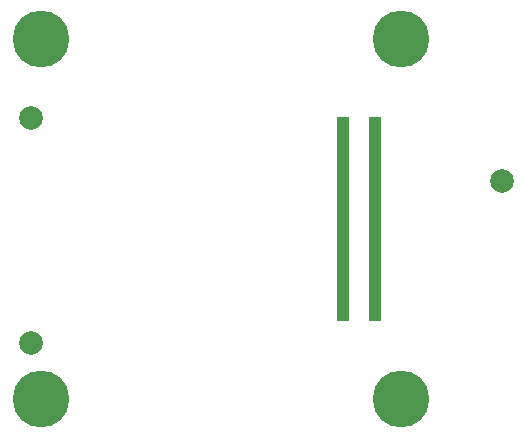
<source format=gbs>
G04 #@! TF.FileFunction,Soldermask,Bot*
%FSLAX46Y46*%
G04 Gerber Fmt 4.6, Leading zero omitted, Abs format (unit mm)*
G04 Created by KiCad (PCBNEW 4.0.1-stable) date Friday, March 04, 2016 'AMt' 01:01:00 AM*
%MOMM*%
G01*
G04 APERTURE LIST*
%ADD10C,0.100000*%
%ADD11C,2.000000*%
%ADD12C,4.800000*%
%ADD13R,1.060000X0.630000*%
%ADD14R,1.060000X0.750000*%
G04 APERTURE END LIST*
D10*
D11*
X171800000Y-104800000D03*
X131900000Y-99400000D03*
X131900000Y-118500000D03*
D12*
X163250000Y-123250000D03*
D13*
X161005000Y-115800000D03*
X158295000Y-115800000D03*
X161005000Y-100200000D03*
X158295000Y-100200000D03*
X161005000Y-115400000D03*
X161005000Y-115000000D03*
X161005000Y-114600000D03*
X161005000Y-114200000D03*
X161005000Y-113800000D03*
X161005000Y-113400000D03*
X161005000Y-113000000D03*
X161005000Y-112600000D03*
X161005000Y-112200000D03*
X161005000Y-111800000D03*
X161005000Y-111400000D03*
X161005000Y-111000000D03*
X161005000Y-110600000D03*
X161005000Y-110200000D03*
X161005000Y-109800000D03*
X161005000Y-109400000D03*
X161005000Y-109000000D03*
X161005000Y-108600000D03*
X161005000Y-108200000D03*
X161005000Y-107800000D03*
X161005000Y-107400000D03*
X161005000Y-107000000D03*
X161005000Y-106600000D03*
X161005000Y-106200000D03*
X161005000Y-105800000D03*
X161005000Y-105400000D03*
X161005000Y-105000000D03*
X161005000Y-104600000D03*
X161005000Y-104200000D03*
X161005000Y-103800000D03*
X161005000Y-103400000D03*
X161005000Y-103000000D03*
X161005000Y-102600000D03*
X161005000Y-102200000D03*
X161005000Y-101800000D03*
X161005000Y-101400000D03*
X161005000Y-101000000D03*
X161005000Y-100600000D03*
D14*
X161005000Y-99725000D03*
X158295000Y-99725000D03*
X161005000Y-116275000D03*
X158295000Y-116275000D03*
D13*
X158295000Y-100600000D03*
X158295000Y-101000000D03*
X158295000Y-101400000D03*
X158295000Y-101800000D03*
X158295000Y-102200000D03*
X158295000Y-102600000D03*
X158295000Y-103000000D03*
X158295000Y-103400000D03*
X158295000Y-103800000D03*
X158295000Y-104200000D03*
X158295000Y-104600000D03*
X158295000Y-105000000D03*
X158295000Y-105400000D03*
X158295000Y-105800000D03*
X158295000Y-106200000D03*
X158295000Y-106600000D03*
X158295000Y-107000000D03*
X158295000Y-107400000D03*
X158295000Y-107800000D03*
X158295000Y-108200000D03*
X158295000Y-108600000D03*
X158295000Y-109000000D03*
X158295000Y-109400000D03*
X158295000Y-109800000D03*
X158295000Y-110200000D03*
X158295000Y-110600000D03*
X158295000Y-111000000D03*
X158295000Y-111400000D03*
X158295000Y-111800000D03*
X158295000Y-112200000D03*
X158295000Y-112600000D03*
X158295000Y-113000000D03*
X158295000Y-113400000D03*
X158295000Y-113800000D03*
X158295000Y-114200000D03*
X158295000Y-114600000D03*
X158295000Y-115000000D03*
X158295000Y-115400000D03*
D12*
X132750000Y-92750000D03*
X163250000Y-92750000D03*
X132750000Y-123250000D03*
M02*

</source>
